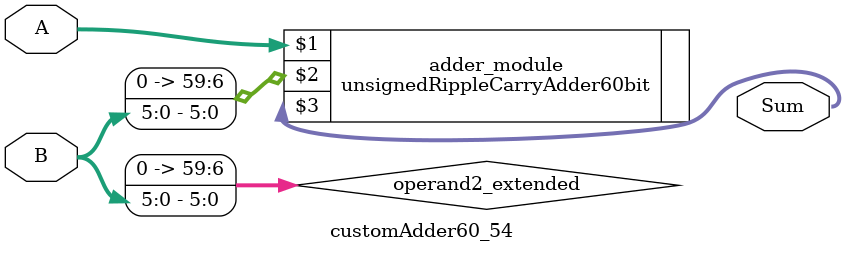
<source format=v>
module customAdder60_54(
                        input [59 : 0] A,
                        input [5 : 0] B,
                        
                        output [60 : 0] Sum
                );

        wire [59 : 0] operand2_extended;
        
        assign operand2_extended =  {54'b0, B};
        
        unsignedRippleCarryAdder60bit adder_module(
            A,
            operand2_extended,
            Sum
        );
        
        endmodule
        
</source>
